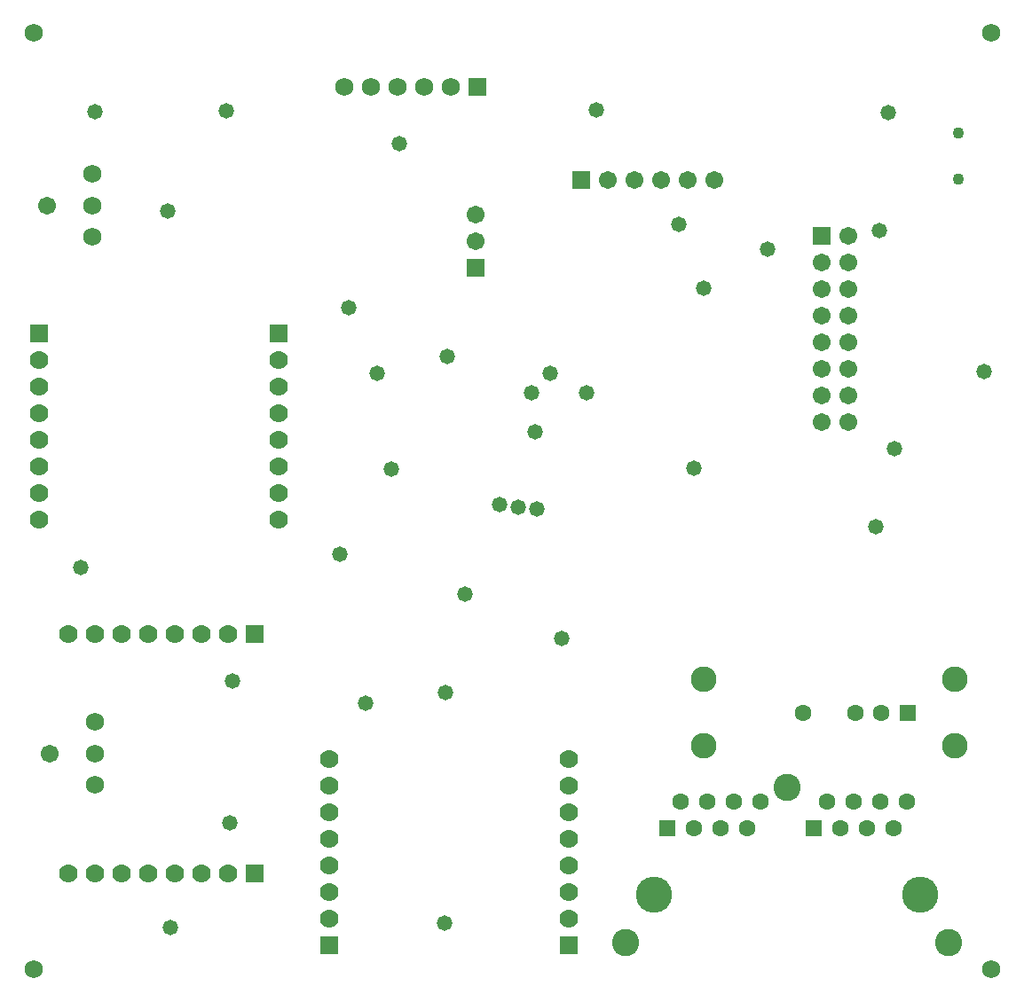
<source format=gbs>
G04*
G04 #@! TF.GenerationSoftware,Altium Limited,Altium Designer,19.0.10 (269)*
G04*
G04 Layer_Color=16711935*
%FSLAX44Y44*%
%MOMM*%
G71*
G01*
G75*
%ADD55C,1.7272*%
%ADD56C,1.6032*%
%ADD57R,1.6032X1.6032*%
%ADD58C,2.6032*%
%ADD59C,3.4532*%
%ADD60R,1.7782X1.7782*%
%ADD61C,1.7782*%
%ADD62C,1.1032*%
%ADD63R,1.7782X1.7782*%
%ADD64C,1.7032*%
%ADD65C,1.7332*%
%ADD66C,2.4532*%
%ADD67R,1.7032X1.7032*%
%ADD68R,1.7032X1.7032*%
%ADD69C,1.7532*%
%ADD70R,1.7532X1.7532*%
%ADD71C,1.4732*%
D55*
X22500Y919500D02*
D03*
X935990D02*
D03*
X22500Y25460D02*
D03*
X935990D02*
D03*
D56*
X690880Y185090D02*
D03*
X716280D02*
D03*
X792480Y159690D02*
D03*
X817880D02*
D03*
X830580Y185090D02*
D03*
X843280Y159690D02*
D03*
X855980Y185090D02*
D03*
X703580Y159690D02*
D03*
X678180D02*
D03*
X665480Y185090D02*
D03*
X652780Y159690D02*
D03*
X640080Y185090D02*
D03*
X779780D02*
D03*
X805180D02*
D03*
X756700Y270320D02*
D03*
X806700D02*
D03*
X831700D02*
D03*
D57*
X767080Y159690D02*
D03*
X627380D02*
D03*
X856700Y270320D02*
D03*
D58*
X741680Y198590D02*
D03*
X896030Y50490D02*
D03*
X587330D02*
D03*
D59*
X868680Y96190D02*
D03*
X614680D02*
D03*
D60*
X304750Y48320D02*
D03*
X533400D02*
D03*
X256250Y632050D02*
D03*
X27500D02*
D03*
D61*
X304750Y73720D02*
D03*
Y99120D02*
D03*
Y124520D02*
D03*
Y149920D02*
D03*
Y175320D02*
D03*
Y200720D02*
D03*
Y226120D02*
D03*
X55880Y345500D02*
D03*
X81280D02*
D03*
X106680D02*
D03*
X132080D02*
D03*
X157480D02*
D03*
X182880D02*
D03*
X208280D02*
D03*
X533400Y226120D02*
D03*
Y200720D02*
D03*
Y175320D02*
D03*
Y149920D02*
D03*
Y124520D02*
D03*
Y99120D02*
D03*
Y73720D02*
D03*
X256250Y606650D02*
D03*
Y581250D02*
D03*
Y555850D02*
D03*
Y530450D02*
D03*
Y505050D02*
D03*
Y479650D02*
D03*
Y454250D02*
D03*
X27500Y606650D02*
D03*
Y581250D02*
D03*
Y555850D02*
D03*
Y530450D02*
D03*
Y505050D02*
D03*
Y479650D02*
D03*
Y454250D02*
D03*
X208280Y116900D02*
D03*
X182880D02*
D03*
X157480D02*
D03*
X132080D02*
D03*
X106680D02*
D03*
X81280D02*
D03*
X55880D02*
D03*
D62*
X905395Y779840D02*
D03*
Y823840D02*
D03*
D63*
X233680Y345500D02*
D03*
Y116900D02*
D03*
D64*
X38100Y231200D02*
D03*
X35750Y754500D02*
D03*
X444500Y720150D02*
D03*
Y745550D02*
D03*
X570230Y778570D02*
D03*
X595630D02*
D03*
X621030D02*
D03*
X646430D02*
D03*
X671830D02*
D03*
X799710Y725230D02*
D03*
X774310Y699830D02*
D03*
X799710D02*
D03*
X774310Y674430D02*
D03*
X799710D02*
D03*
X774310Y649030D02*
D03*
X799710D02*
D03*
X774310Y623630D02*
D03*
X799710D02*
D03*
X774310Y598230D02*
D03*
X799710D02*
D03*
X774310Y572830D02*
D03*
X799710D02*
D03*
X774310Y547430D02*
D03*
X799710D02*
D03*
D65*
X81300Y261200D02*
D03*
Y231200D02*
D03*
Y201200D02*
D03*
X78950Y784500D02*
D03*
Y754500D02*
D03*
Y724500D02*
D03*
D66*
X661700Y302320D02*
D03*
Y238320D02*
D03*
X901700D02*
D03*
Y302320D02*
D03*
D67*
X444500Y694750D02*
D03*
X774310Y725230D02*
D03*
D68*
X544830Y778570D02*
D03*
D69*
X318770Y867470D02*
D03*
X344170D02*
D03*
X369570D02*
D03*
X394970D02*
D03*
X420370D02*
D03*
D70*
X445770D02*
D03*
D71*
X350250Y594420D02*
D03*
X844250Y522500D02*
D03*
X826000Y447930D02*
D03*
X67500Y408750D02*
D03*
X153000Y65250D02*
D03*
X364000Y503000D02*
D03*
X526500Y341250D02*
D03*
X315000Y421500D02*
D03*
X414500Y69250D02*
D03*
X210250Y165250D02*
D03*
X653000Y503760D02*
D03*
X929250Y595750D02*
D03*
X838250Y843000D02*
D03*
X723000Y712750D02*
D03*
X661750Y675250D02*
D03*
X638250Y736250D02*
D03*
X372000Y814000D02*
D03*
X559250Y845750D02*
D03*
X323250Y657250D02*
D03*
X150250Y749500D02*
D03*
X206561Y845250D02*
D03*
X81000Y844250D02*
D03*
X829310Y730310D02*
D03*
X500740Y538540D02*
D03*
X417669Y610342D02*
D03*
X502920Y464880D02*
D03*
X467360Y468690D02*
D03*
X485140Y466150D02*
D03*
X434340Y383600D02*
D03*
X415290Y289620D02*
D03*
X515740Y594420D02*
D03*
X497840Y575363D02*
D03*
X339090Y279460D02*
D03*
X212090Y300500D02*
D03*
X549910Y575363D02*
D03*
M02*

</source>
